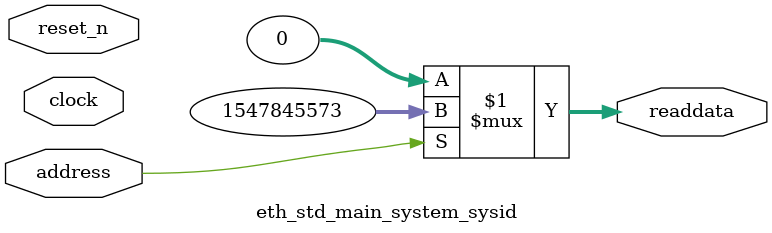
<source format=v>



// synthesis translate_off
`timescale 1ns / 1ps
// synthesis translate_on

// turn off superfluous verilog processor warnings 
// altera message_level Level1 
// altera message_off 10034 10035 10036 10037 10230 10240 10030 

module eth_std_main_system_sysid (
               // inputs:
                address,
                clock,
                reset_n,

               // outputs:
                readdata
             )
;

  output  [ 31: 0] readdata;
  input            address;
  input            clock;
  input            reset_n;

  wire    [ 31: 0] readdata;
  //control_slave, which is an e_avalon_slave
  assign readdata = address ? 1547845573 : 0;

endmodule



</source>
